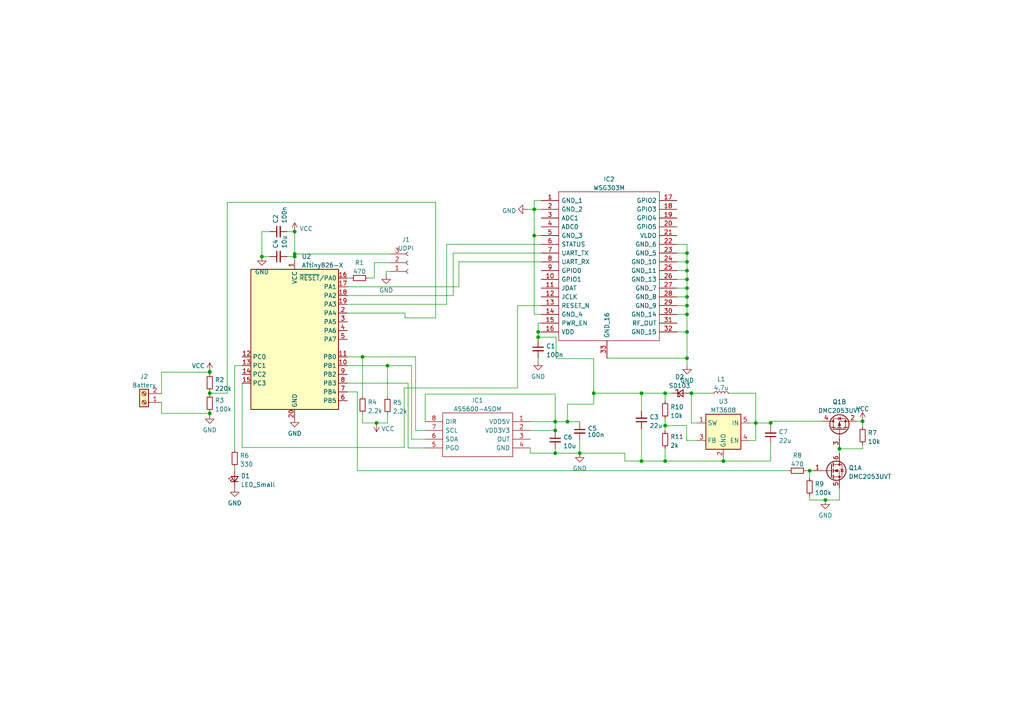
<source format=kicad_sch>
(kicad_sch (version 20211123) (generator eeschema)
  (paper "A4")
  (lib_symbols
    (symbol "AS5600-ASOM:AS5600-ASOM" (pin_names (offset 0.762))
      (property "Reference" "IC" (at 26.67 7.62 0))
      (property "Value" "AS5600-ASOM" (at 26.67 5.08 0))
      (symbol "AS5600-ASOM_0_0"
        (pin passive line (at 0 0 0) (length 5.08) (name "VDD5V") (number "1"))
        (pin passive line (at 0 -2.54 0) (length 5.08) (name "VDD3V3") (number "2"))
        (pin passive line (at 0 -5.08 0) (length 5.08) (name "OUT") (number "3"))
        (pin passive line (at 0 -7.62 0) (length 5.08) (name "GND") (number "4"))
        (pin passive line (at 30.48 -7.62 180) (length 5.08) (name "PGO") (number "5"))
        (pin passive line (at 30.48 -5.08 180) (length 5.08) (name "SDA") (number "6"))
        (pin passive line (at 30.48 -2.54 180) (length 5.08) (name "SCL") (number "7"))
        (pin passive line (at 30.48 0 180) (length 5.08) (name "DIR") (number "8"))
      )
      (symbol "AS5600-ASOM_0_1"
        (polyline (pts (xy 5.08 2.54) (xy 25.4 2.54) (xy 25.4 -10.16) (xy 5.08 -10.16) (xy 5.08 2.54)) (stroke (width 0.1524)))
      )
    )
    (symbol "Connector:Conn_01x03_Female" (pin_names (offset 1.016) hide)
      (property "Reference" "J" (at 0 5.08 0))
      (property "Value" "Conn_01x03_Female" (at 0 -5.08 0))
      (symbol "Conn_01x03_Female_1_1"
        (arc (start 0 -2.032) (mid -0.508 -2.54) (end 0 -3.048) (stroke (width 0.1524)))
        (polyline (pts (xy -1.27 -2.54) (xy -0.508 -2.54)) (stroke (width 0.1524)))
        (polyline (pts (xy -1.27 0) (xy -0.508 0)) (stroke (width 0.1524)))
        (polyline (pts (xy -1.27 2.54) (xy -0.508 2.54)) (stroke (width 0.1524)))
        (arc (start 0 0.508) (mid -0.508 0) (end 0 -0.508) (stroke (width 0.1524)))
        (arc (start 0 3.048) (mid -0.508 2.54) (end 0 2.032) (stroke (width 0.1524)))
        (pin passive line (at -5.08 2.54 0) (length 3.81) (name "Pin_1") (number "1"))
        (pin passive line (at -5.08 0 0) (length 3.81) (name "Pin_2") (number "2"))
        (pin passive line (at -5.08 -2.54 0) (length 3.81) (name "Pin_3") (number "3"))
      )
    )
    (symbol "Connector:Screw_Terminal_01x02" (pin_names (offset 1.016) hide)
      (property "Reference" "J" (at 0 2.54 0))
      (property "Value" "Screw_Terminal_01x02" (at 0 -5.08 0))
      (symbol "Screw_Terminal_01x02_1_1"
        (rectangle (start -1.27 1.27) (end 1.27 -3.81) (stroke (width 0.254)) (fill (type background)))
        (circle (center 0 -2.54) (radius 0.635) (stroke (width 0.1524)))
        (polyline (pts (xy -0.5334 -2.2098) (xy 0.3302 -3.048)) (stroke (width 0.1524)))
        (polyline (pts (xy -0.5334 0.3302) (xy 0.3302 -0.508)) (stroke (width 0.1524)))
        (polyline (pts (xy -0.3556 -2.032) (xy 0.508 -2.8702)) (stroke (width 0.1524)))
        (polyline (pts (xy -0.3556 0.508) (xy 0.508 -0.3302)) (stroke (width 0.1524)))
        (circle (center 0 0) (radius 0.635) (stroke (width 0.1524)))
        (pin passive line (at -5.08 0 0) (length 3.81) (name "Pin_1") (number "1"))
        (pin passive line (at -5.08 -2.54 0) (length 3.81) (name "Pin_2") (number "2"))
      )
    )
    (symbol "Device:C_Small" (pin_numbers hide) (pin_names (offset 0.254) hide)
      (property "Reference" "C" (at 0.254 1.778 0))
      (property "Value" "C_Small" (at 0.254 -2.032 0))
      (symbol "C_Small_0_1"
        (polyline (pts (xy -1.524 -0.508) (xy 1.524 -0.508)) (stroke (width 0.3302)))
        (polyline (pts (xy -1.524 0.508) (xy 1.524 0.508)) (stroke (width 0.3048)))
      )
      (symbol "C_Small_1_1"
        (pin passive line (at 0 2.54 270) (length 2.032) (name "~") (number "1"))
        (pin passive line (at 0 -2.54 90) (length 2.032) (name "~") (number "2"))
      )
    )
    (symbol "Device:D_Schottky_Small" (pin_numbers hide) (pin_names (offset 0.254) hide)
      (property "Reference" "D" (at -1.27 2.032 0))
      (property "Value" "D_Schottky_Small" (at -7.112 -2.032 0))
      (symbol "D_Schottky_Small_0_1"
        (polyline (pts (xy -0.762 0) (xy 0.762 0)))
        (polyline (pts (xy 0.762 -1.016) (xy -0.762 0) (xy 0.762 1.016) (xy 0.762 -1.016)) (stroke (width 0.254)))
        (polyline (pts (xy -1.27 0.762) (xy -1.27 1.016) (xy -0.762 1.016) (xy -0.762 -1.016) (xy -0.254 -1.016) (xy -0.254 -0.762)) (stroke (width 0.254)))
      )
      (symbol "D_Schottky_Small_1_1"
        (pin passive line (at -2.54 0 0) (length 1.778) (name "K") (number "1"))
        (pin passive line (at 2.54 0 180) (length 1.778) (name "A") (number "2"))
      )
    )
    (symbol "Device:LED_Small" (pin_numbers hide) (pin_names (offset 0.254) hide)
      (property "Reference" "D" (at -1.27 3.175 0))
      (property "Value" "LED_Small" (at -4.445 -2.54 0))
      (symbol "LED_Small_0_1"
        (polyline (pts (xy -0.762 -1.016) (xy -0.762 1.016)) (stroke (width 0.254)))
        (polyline (pts (xy 1.016 0) (xy -0.762 0)))
        (polyline (pts (xy 0.762 -1.016) (xy -0.762 0) (xy 0.762 1.016) (xy 0.762 -1.016)) (stroke (width 0.254)))
        (polyline (pts (xy 0 0.762) (xy -0.508 1.27) (xy -0.254 1.27) (xy -0.508 1.27) (xy -0.508 1.016)))
        (polyline (pts (xy 0.508 1.27) (xy 0 1.778) (xy 0.254 1.778) (xy 0 1.778) (xy 0 1.524)))
      )
      (symbol "LED_Small_1_1"
        (pin passive line (at -2.54 0 0) (length 1.778) (name "K") (number "1"))
        (pin passive line (at 2.54 0 180) (length 1.778) (name "A") (number "2"))
      )
    )
    (symbol "Device:L_Small" (pin_numbers hide) (pin_names (offset 0.254) hide)
      (property "Reference" "L" (at 0.762 1.016 0))
      (property "Value" "L_Small" (at 0.762 -1.016 0))
      (symbol "L_Small_0_1"
        (arc (start 0 -2.032) (mid 0.508 -1.524) (end 0 -1.016))
        (arc (start 0 -1.016) (mid 0.508 -0.508) (end 0 0))
        (arc (start 0 0) (mid 0.508 0.508) (end 0 1.016))
        (arc (start 0 1.016) (mid 0.508 1.524) (end 0 2.032))
      )
      (symbol "L_Small_1_1"
        (pin passive line (at 0 2.54 270) (length 0.508) (name "~") (number "1"))
        (pin passive line (at 0 -2.54 90) (length 0.508) (name "~") (number "2"))
      )
    )
    (symbol "Device:R_Small" (pin_numbers hide) (pin_names (offset 0.254) hide)
      (property "Reference" "R" (at 0.762 0.508 0))
      (property "Value" "R_Small" (at 0.762 -1.016 0))
      (symbol "R_Small_0_1"
        (rectangle (start -0.762 1.778) (end 0.762 -1.778) (stroke (width 0.2032)))
      )
      (symbol "R_Small_1_1"
        (pin passive line (at 0 2.54 270) (length 0.762) (name "~") (number "1"))
        (pin passive line (at 0 -2.54 90) (length 0.762) (name "~") (number "2"))
      )
    )
    (symbol "MCU_Microchip_ATtiny:ATtiny826-X"
      (property "Reference" "U" (at -12.7 21.59 0))
      (property "Value" "ATtiny826-X" (at 2.54 -21.59 0))
      (symbol "ATtiny826-X_0_1"
        (rectangle (start -12.7 -20.32) (end 12.7 20.32) (stroke (width 0.254)) (fill (type background)))
      )
      (symbol "ATtiny826-X_1_1"
        (pin power_in line (at 0 22.86 270) (length 2.54) (name "VCC") (number "1"))
        (pin bidirectional line (at 15.24 -7.62 180) (length 2.54) (name "PB1") (number "10"))
        (pin bidirectional line (at 15.24 -5.08 180) (length 2.54) (name "PB0") (number "11"))
        (pin bidirectional line (at -15.24 -5.08 0) (length 2.54) (name "PC0") (number "12"))
        (pin bidirectional line (at -15.24 -7.62 0) (length 2.54) (name "PC1") (number "13"))
        (pin bidirectional line (at -15.24 -10.16 0) (length 2.54) (name "PC2") (number "14"))
        (pin bidirectional line (at -15.24 -12.7 0) (length 2.54) (name "PC3") (number "15"))
        (pin bidirectional line (at 15.24 17.78 180) (length 2.54) (name "~{RESET}/PA0") (number "16"))
        (pin bidirectional line (at 15.24 15.24 180) (length 2.54) (name "PA1") (number "17"))
        (pin bidirectional line (at 15.24 12.7 180) (length 2.54) (name "PA2") (number "18"))
        (pin bidirectional line (at 15.24 10.16 180) (length 2.54) (name "PA3") (number "19"))
        (pin bidirectional line (at 15.24 7.62 180) (length 2.54) (name "PA4") (number "2"))
        (pin power_in line (at 0 -22.86 90) (length 2.54) (name "GND") (number "20"))
        (pin bidirectional line (at 15.24 5.08 180) (length 2.54) (name "PA5") (number "3"))
        (pin bidirectional line (at 15.24 2.54 180) (length 2.54) (name "PA6") (number "4"))
        (pin bidirectional line (at 15.24 0 180) (length 2.54) (name "PA7") (number "5"))
        (pin bidirectional line (at 15.24 -17.78 180) (length 2.54) (name "PB5") (number "6"))
        (pin bidirectional line (at 15.24 -15.24 180) (length 2.54) (name "PB4") (number "7"))
        (pin bidirectional line (at 15.24 -12.7 180) (length 2.54) (name "PB3") (number "8"))
        (pin bidirectional line (at 15.24 -10.16 180) (length 2.54) (name "PB2") (number "9"))
      )
    )
    (symbol "Regulator_Switching:MT3608"
      (property "Reference" "U" (at -2.54 8.89 0))
      (property "Value" "MT3608" (at -3.81 6.35 0))
      (symbol "MT3608_0_1"
        (rectangle (start -5.08 5.08) (end 5.08 -5.08) (stroke (width 0.254)) (fill (type background)))
      )
      (symbol "MT3608_1_1"
        (pin passive line (at 7.62 2.54 180) (length 2.54) (name "SW") (number "1"))
        (pin power_in line (at 0 -7.62 90) (length 2.54) (name "GND") (number "2"))
        (pin input line (at 7.62 -2.54 180) (length 2.54) (name "FB") (number "3"))
        (pin input line (at -7.62 -2.54 0) (length 2.54) (name "EN") (number "4"))
        (pin power_in line (at -7.62 2.54 0) (length 2.54) (name "IN") (number "5"))
        (pin no_connect line (at 5.08 0 180) (length 2.54) hide (name "NC") (number "6"))
      )
    )
    (symbol "Transistor_FET:DMC2053UVT" (pin_names hide)
      (property "Reference" "Q" (at 3.175 1.27 0))
      (property "Value" "DMC2053UVT" (at 3.175 -1.27 0))
      (symbol "DMC2053UVT_0_1"
        (circle (center -0.889 0) (radius 2.794) (stroke (width 0.254)))
        (circle (center 0 -1.778) (radius 0.254) (fill (type outline)))
        (polyline (pts (xy -2.286 0) (xy -5.08 0)))
        (polyline (pts (xy -2.286 1.905) (xy -2.286 -1.905)) (stroke (width 0.254)))
        (polyline (pts (xy -1.778 -1.27) (xy -1.778 -2.286)) (stroke (width 0.254)))
        (polyline (pts (xy -1.778 0.508) (xy -1.778 -0.508)) (stroke (width 0.254)))
        (polyline (pts (xy -1.778 2.286) (xy -1.778 1.27)) (stroke (width 0.254)))
        (polyline (pts (xy 0 2.54) (xy 0 1.778)))
        (polyline (pts (xy 0 -2.54) (xy 0 0) (xy -1.778 0)))
        (polyline (pts (xy -1.778 -1.778) (xy 0.762 -1.778) (xy 0.762 1.778) (xy -1.778 1.778)))
        (circle (center 0 1.778) (radius 0.254) (fill (type outline)))
      )
      (symbol "DMC2053UVT_1_1"
        (polyline (pts (xy -1.524 0) (xy -0.508 0.381) (xy -0.508 -0.381) (xy -1.524 0)) (fill (type outline)))
        (polyline (pts (xy 0.254 0.508) (xy 0.381 0.381) (xy 1.143 0.381) (xy 1.27 0.254)))
        (polyline (pts (xy 0.762 0.381) (xy 0.381 -0.254) (xy 1.143 -0.254) (xy 0.762 0.381)))
        (pin passive line (at -7.62 0 0) (length 2.54) (name "G") (number "1"))
        (pin passive line (at 0 -5.08 90) (length 2.54) (name "S") (number "5"))
        (pin passive line (at 0 5.08 270) (length 2.54) (name "D") (number "6"))
      )
      (symbol "DMC2053UVT_2_1"
        (polyline (pts (xy -0.254 0) (xy -1.27 0.381) (xy -1.27 -0.381) (xy -0.254 0)) (fill (type outline)))
        (polyline (pts (xy 0.254 -0.508) (xy 0.381 -0.381) (xy 1.143 -0.381) (xy 1.27 -0.254)))
        (polyline (pts (xy 0.762 -0.381) (xy 0.381 0.254) (xy 1.143 0.254) (xy 0.762 -0.381)))
        (pin passive line (at 0 -5.08 90) (length 2.54) (name "S") (number "2"))
        (pin passive line (at -7.62 0 0) (length 2.54) (name "G") (number "3"))
        (pin passive line (at 0 5.08 270) (length 2.54) (name "D") (number "4"))
      )
    )
    (symbol "mysensors_radios:WSG303M" (pin_names (offset 0.762))
      (property "Reference" "IC2" (at 19.685 6.189 0))
      (property "Value" "WSG303M" (at 19.685 3.6521 0))
      (symbol "WSG303M_0_0"
        (pin passive line (at 0 0 0) (length 5.08) (name "GND_1") (number "1"))
        (pin passive line (at 0 -22.86 0) (length 5.08) (name "GPIO1") (number "10"))
        (pin passive line (at 0 -25.4 0) (length 5.08) (name "JDAT") (number "11"))
        (pin passive line (at 0 -27.94 0) (length 5.08) (name "JCLK") (number "12"))
        (pin passive line (at 0 -30.48 0) (length 5.08) (name "RESET_N") (number "13"))
        (pin passive line (at 0 -33.02 0) (length 5.08) (name "GND_4") (number "14"))
        (pin passive line (at 0 -35.56 0) (length 5.08) (name "PWR_EN") (number "15"))
        (pin passive line (at 0 -38.1 0) (length 5.08) (name "VDD") (number "16"))
        (pin passive line (at 39.37 0 180) (length 5.08) (name "GPIO2") (number "17"))
        (pin passive line (at 39.37 -2.54 180) (length 5.08) (name "GPIO3") (number "18"))
        (pin passive line (at 39.37 -5.08 180) (length 5.08) (name "GPIO4") (number "19"))
        (pin passive line (at 0 -2.54 0) (length 5.08) (name "GND_2") (number "2"))
        (pin passive line (at 39.37 -7.62 180) (length 5.08) (name "GPIO5") (number "20"))
        (pin passive line (at 39.37 -10.16 180) (length 5.08) (name "VLDO") (number "21"))
        (pin passive line (at 39.37 -12.7 180) (length 5.08) (name "GND_6") (number "22"))
        (pin passive line (at 39.37 -15.24 180) (length 5.08) (name "GND_5") (number "23"))
        (pin passive line (at 39.37 -17.78 180) (length 5.08) (name "GND_10") (number "24"))
        (pin passive line (at 39.37 -20.32 180) (length 5.08) (name "GND_11") (number "25"))
        (pin passive line (at 39.37 -22.86 180) (length 5.08) (name "GND_13") (number "26"))
        (pin passive line (at 39.37 -25.4 180) (length 5.08) (name "GND_7") (number "27"))
        (pin passive line (at 39.37 -27.94 180) (length 5.08) (name "GND_8") (number "28"))
        (pin passive line (at 39.37 -30.48 180) (length 5.08) (name "GND_9") (number "29"))
        (pin passive line (at 0 -5.08 0) (length 5.08) (name "ADC1") (number "3"))
        (pin passive line (at 39.37 -33.02 180) (length 5.08) (name "GND_14") (number "30"))
        (pin passive line (at 39.37 -35.56 180) (length 5.08) (name "RF_OUT") (number "31"))
        (pin passive line (at 39.37 -38.1 180) (length 5.08) (name "GND_15") (number "32"))
        (pin passive line (at 19.05 -45.72 90) (length 5.08) (name "GND_16") (number "33"))
        (pin passive line (at 0 -7.62 0) (length 5.08) (name "ADC0") (number "4"))
        (pin passive line (at 0 -10.16 0) (length 5.08) (name "GND_3") (number "5"))
        (pin passive line (at 0 -12.7 0) (length 5.08) (name "STATUS") (number "6"))
        (pin passive line (at 0 -15.24 0) (length 5.08) (name "UART_TX") (number "7"))
        (pin passive line (at 0 -17.78 0) (length 5.08) (name "UART_RX") (number "8"))
        (pin passive line (at 0 -20.32 0) (length 5.08) (name "GPIO0") (number "9"))
      )
      (symbol "WSG303M_0_1"
        (polyline (pts (xy 5.08 2.54) (xy 34.29 2.54) (xy 34.29 -40.64) (xy 5.08 -40.64) (xy 5.08 2.54)) (stroke (width 0.1524)))
      )
    )
    (symbol "power:GND" (power) (pin_names (offset 0))
      (property "Value" "GND" (at 0 -3.81 0))
      (symbol "GND_0_1"
        (polyline (pts (xy 0 0) (xy 0 -1.27) (xy 1.27 -1.27) (xy 0 -2.54) (xy -1.27 -1.27) (xy 0 -1.27)))
      )
      (symbol "GND_1_1"
        (pin power_in line (at 0 0 270) (length 0) hide (name "GND") (number "1"))
      )
    )
    (symbol "power:VCC" (power) (pin_names (offset 0))
      (property "Value" "VCC" (at 0 3.81 0))
      (symbol "VCC_0_1"
        (polyline (pts (xy -0.762 1.27) (xy 0 2.54)))
        (polyline (pts (xy 0 0) (xy 0 2.54)))
        (polyline (pts (xy 0 2.54) (xy 0.762 1.27)))
      )
      (symbol "VCC_1_1"
        (pin power_in line (at 0 0 90) (length 0) hide (name "VCC") (number "1"))
      )
    )
  )
  (junction (at 199.263 81.026))
  (junction (at 199.263 86.106))
  (junction (at 250.19 122.174))
  (junction (at 199.263 96.266))
  (junction (at 85.471 73.66))
  (junction (at 199.263 103.886))
  (junction (at 239.395 145.034))
  (junction (at 112.395 106.045))
  (junction (at 223.52 122.682))
  (junction (at 172.212 114.046))
  (junction (at 186.055 133.731))
  (junction (at 60.833 119.888))
  (junction (at 200.533 114.046))
  (junction (at 192.913 123.444))
  (junction (at 234.823 136.525))
  (junction (at 168.148 131.445))
  (junction (at 199.263 73.406))
  (junction (at 219.202 122.682))
  (junction (at 199.263 83.566))
  (junction (at 105.156 103.505))
  (junction (at 154.94 60.706))
  (junction (at 85.471 74.422))
  (junction (at 156.083 97.79))
  (junction (at 209.804 133.731))
  (junction (at 161.036 122.301))
  (junction (at 109.22 122.682))
  (junction (at 199.263 75.946))
  (junction (at 161.036 124.841))
  (junction (at 164.592 122.301))
  (junction (at 199.263 78.486))
  (junction (at 75.946 74.422))
  (junction (at 154.94 68.326))
  (junction (at 186.055 114.046))
  (junction (at 192.913 114.046))
  (junction (at 199.263 91.186))
  (junction (at 60.833 114.046))
  (junction (at 192.913 133.731))
  (junction (at 60.833 107.823))
  (junction (at 85.471 67.183))
  (junction (at 60.833 107.95))
  (junction (at 156.083 96.266))
  (junction (at 161.036 131.445))
  (junction (at 243.459 130.175))
  (junction (at 199.263 88.646))
  (wire (pts (xy 156.972 93.726) (xy 156.083 93.726)))
  (wire (pts (xy 46.863 114.173) (xy 46.863 107.95)))
  (wire (pts (xy 112.395 122.682) (xy 109.22 122.682)))
  (wire (pts (xy 105.156 103.505) (xy 105.156 114.935)))
  (wire (pts (xy 243.459 141.605) (xy 243.459 145.034)))
  (wire (pts (xy 156.083 103.759) (xy 156.083 104.775)))
  (wire (pts (xy 75.946 67.183) (xy 75.946 74.422)))
  (wire (pts (xy 46.863 107.95) (xy 60.833 107.95)))
  (wire (pts (xy 168.148 131.445) (xy 181.229 131.445)))
  (wire (pts (xy 60.833 119.888) (xy 60.833 120.269)))
  (wire (pts (xy 239.395 145.034) (xy 234.823 145.034)))
  (wire (pts (xy 192.913 130.048) (xy 192.913 133.731)))
  (wire (pts (xy 196.342 83.566) (xy 199.263 83.566)))
  (wire (pts (xy 192.913 133.731) (xy 209.804 133.731)))
  (wire (pts (xy 65.913 114.046) (xy 60.833 114.046)))
  (wire (pts (xy 199.263 88.646) (xy 199.263 91.186)))
  (wire (pts (xy 228.727 136.525) (xy 103.632 136.525)))
  (wire (pts (xy 234.823 136.525) (xy 234.823 138.684)))
  (wire (pts (xy 108.585 76.2) (xy 108.585 80.645)))
  (wire (pts (xy 176.022 103.886) (xy 199.263 103.886)))
  (wire (pts (xy 223.52 122.174) (xy 223.52 122.682)))
  (wire (pts (xy 154.94 68.326) (xy 154.94 60.706)))
  (wire (pts (xy 152.908 60.706) (xy 154.94 60.706)))
  (wire (pts (xy 133.096 83.185) (xy 133.096 75.946)))
  (wire (pts (xy 250.19 123.825) (xy 250.19 122.174)))
  (wire (pts (xy 196.342 96.266) (xy 199.263 96.266)))
  (wire (pts (xy 219.202 122.682) (xy 223.52 122.682)))
  (wire (pts (xy 85.471 67.183) (xy 83.312 67.183)))
  (wire (pts (xy 123.317 127.381) (xy 119.38 127.381)))
  (wire (pts (xy 206.629 114.046) (xy 200.533 114.046)))
  (wire (pts (xy 199.263 70.866) (xy 196.342 70.866)))
  (wire (pts (xy 199.263 86.106) (xy 199.263 88.646)))
  (wire (pts (xy 161.29 104.013) (xy 172.212 104.013)))
  (wire (pts (xy 172.212 114.046) (xy 172.212 117.221)))
  (wire (pts (xy 117.221 112.522) (xy 117.221 129.794)))
  (wire (pts (xy 156.083 96.266) (xy 156.083 97.79)))
  (wire (pts (xy 156.083 93.726) (xy 156.083 96.266)))
  (wire (pts (xy 68.072 135.509) (xy 68.072 136.398)))
  (wire (pts (xy 164.592 117.221) (xy 172.212 117.221)))
  (wire (pts (xy 217.424 127.762) (xy 219.202 127.762)))
  (wire (pts (xy 153.797 129.921) (xy 153.797 131.445)))
  (wire (pts (xy 156.083 97.79) (xy 156.083 98.679)))
  (wire (pts (xy 196.342 86.106) (xy 199.263 86.106)))
  (wire (pts (xy 199.263 73.406) (xy 199.263 70.866)))
  (wire (pts (xy 85.471 73.66) (xy 85.471 74.422)))
  (wire (pts (xy 196.342 73.406) (xy 199.263 73.406)))
  (wire (pts (xy 112.014 78.74) (xy 113.284 78.74)))
  (wire (pts (xy 156.972 91.186) (xy 154.94 91.186)))
  (wire (pts (xy 164.592 122.301) (xy 164.592 117.221)))
  (wire (pts (xy 168.148 131.445) (xy 168.148 127.635)))
  (wire (pts (xy 196.342 88.646) (xy 199.263 88.646)))
  (wire (pts (xy 196.342 81.026) (xy 199.263 81.026)))
  (wire (pts (xy 46.863 119.888) (xy 60.833 119.888)))
  (wire (pts (xy 199.136 127.762) (xy 199.136 123.444)))
  (wire (pts (xy 250.19 130.175) (xy 243.459 130.175)))
  (wire (pts (xy 153.797 122.301) (xy 161.036 122.301)))
  (wire (pts (xy 192.913 114.046) (xy 194.818 114.046)))
  (wire (pts (xy 161.036 131.445) (xy 168.148 131.445)))
  (wire (pts (xy 172.212 104.013) (xy 172.212 114.046)))
  (wire (pts (xy 223.52 133.731) (xy 209.804 133.731)))
  (wire (pts (xy 68.072 106.045) (xy 70.231 106.045)))
  (wire (pts (xy 112.395 120.142) (xy 112.395 122.682)))
  (wire (pts (xy 199.263 81.026) (xy 199.263 78.486)))
  (wire (pts (xy 219.202 114.046) (xy 219.202 122.682)))
  (wire (pts (xy 103.632 136.525) (xy 103.632 113.665)))
  (wire (pts (xy 112.014 79.756) (xy 112.014 78.74)))
  (wire (pts (xy 150.114 88.646) (xy 156.972 88.646)))
  (wire (pts (xy 113.284 76.2) (xy 108.585 76.2)))
  (wire (pts (xy 126.365 58.674) (xy 126.365 92.202)))
  (wire (pts (xy 154.94 60.706) (xy 156.972 60.706)))
  (wire (pts (xy 118.364 129.921) (xy 118.364 111.125)))
  (wire (pts (xy 154.94 91.186) (xy 154.94 68.326)))
  (wire (pts (xy 164.592 122.301) (xy 168.148 122.301)))
  (wire (pts (xy 153.797 124.841) (xy 161.036 124.841)))
  (wire (pts (xy 65.913 58.674) (xy 126.365 58.674)))
  (wire (pts (xy 181.229 131.445) (xy 181.229 133.731)))
  (wire (pts (xy 200.533 122.682) (xy 202.184 122.682)))
  (wire (pts (xy 100.711 85.725) (xy 131.445 85.725)))
  (wire (pts (xy 199.136 123.444) (xy 192.913 123.444)))
  (wire (pts (xy 60.833 107.823) (xy 60.833 107.95)))
  (wire (pts (xy 109.22 122.682) (xy 105.156 122.682)))
  (wire (pts (xy 60.833 113.538) (xy 60.833 114.046)))
  (wire (pts (xy 100.711 83.185) (xy 133.096 83.185)))
  (wire (pts (xy 192.913 121.412) (xy 192.913 123.444)))
  (wire (pts (xy 250.19 128.905) (xy 250.19 130.175)))
  (wire (pts (xy 181.229 133.731) (xy 186.055 133.731)))
  (wire (pts (xy 196.342 75.946) (xy 199.263 75.946)))
  (wire (pts (xy 123.317 124.841) (xy 120.523 124.841)))
  (wire (pts (xy 235.839 136.525) (xy 234.823 136.525)))
  (wire (pts (xy 233.807 136.525) (xy 234.823 136.525)))
  (wire (pts (xy 126.365 92.202) (xy 117.475 92.202)))
  (wire (pts (xy 196.342 78.486) (xy 199.263 78.486)))
  (wire (pts (xy 250.19 122.174) (xy 248.539 122.174)))
  (wire (pts (xy 161.036 130.175) (xy 161.036 131.445)))
  (wire (pts (xy 219.202 122.682) (xy 217.424 122.682)))
  (wire (pts (xy 75.946 74.422) (xy 78.232 74.422)))
  (wire (pts (xy 150.114 112.522) (xy 117.221 112.522)))
  (wire (pts (xy 117.475 92.202) (xy 117.475 90.805)))
  (wire (pts (xy 60.833 119.507) (xy 60.833 119.888)))
  (wire (pts (xy 120.523 103.505) (xy 105.156 103.505)))
  (wire (pts (xy 196.342 91.186) (xy 199.263 91.186)))
  (wire (pts (xy 223.52 128.651) (xy 223.52 133.731)))
  (wire (pts (xy 211.709 114.046) (xy 219.202 114.046)))
  (wire (pts (xy 168.148 122.301) (xy 168.148 122.555)))
  (wire (pts (xy 70.231 129.794) (xy 70.231 111.125)))
  (wire (pts (xy 200.533 114.046) (xy 200.533 122.682)))
  (wire (pts (xy 199.263 96.266) (xy 199.263 103.886)))
  (wire (pts (xy 83.312 74.422) (xy 85.471 74.422)))
  (wire (pts (xy 123.317 122.301) (xy 123.317 114.3)))
  (wire (pts (xy 118.364 129.921) (xy 123.317 129.921)))
  (wire (pts (xy 172.212 114.046) (xy 186.055 114.046)))
  (wire (pts (xy 105.156 122.682) (xy 105.156 120.015)))
  (wire (pts (xy 117.475 90.805) (xy 100.711 90.805)))
  (wire (pts (xy 161.036 122.301) (xy 161.036 124.841)))
  (wire (pts (xy 161.29 97.79) (xy 161.29 104.013)))
  (wire (pts (xy 85.471 74.422) (xy 85.471 75.565)))
  (wire (pts (xy 60.833 114.046) (xy 60.833 114.427)))
  (wire (pts (xy 234.823 145.034) (xy 234.823 143.764)))
  (wire (pts (xy 68.072 106.045) (xy 68.072 130.429)))
  (wire (pts (xy 199.263 78.486) (xy 199.263 75.946)))
  (wire (pts (xy 131.445 73.406) (xy 156.972 73.406)))
  (wire (pts (xy 202.184 127.762) (xy 199.136 127.762)))
  (wire (pts (xy 85.471 73.66) (xy 113.284 73.66)))
  (wire (pts (xy 154.94 60.706) (xy 154.94 58.166)))
  (wire (pts (xy 192.913 123.444) (xy 192.913 124.968)))
  (wire (pts (xy 100.711 88.265) (xy 129.54 88.265)))
  (wire (pts (xy 154.94 58.166) (xy 156.972 58.166)))
  (wire (pts (xy 156.972 96.266) (xy 156.083 96.266)))
  (wire (pts (xy 123.317 114.3) (xy 161.036 114.3)))
  (wire (pts (xy 199.263 91.186) (xy 199.263 96.266)))
  (wire (pts (xy 199.263 83.566) (xy 199.263 86.106)))
  (wire (pts (xy 199.898 114.046) (xy 200.533 114.046)))
  (wire (pts (xy 119.38 127.381) (xy 119.38 106.045)))
  (wire (pts (xy 60.833 107.95) (xy 60.833 108.458)))
  (wire (pts (xy 119.38 106.045) (xy 112.395 106.045)))
  (wire (pts (xy 78.232 67.183) (xy 75.946 67.183)))
  (wire (pts (xy 108.585 80.645) (xy 106.807 80.645)))
  (wire (pts (xy 118.364 111.125) (xy 100.711 111.125)))
  (wire (pts (xy 192.913 116.332) (xy 192.913 114.046)))
  (wire (pts (xy 156.972 68.326) (xy 154.94 68.326)))
  (wire (pts (xy 223.52 122.682) (xy 223.52 123.571)))
  (wire (pts (xy 129.54 88.265) (xy 129.54 70.866)))
  (wire (pts (xy 85.471 67.183) (xy 85.471 73.66)))
  (wire (pts (xy 103.632 113.665) (xy 100.711 113.665)))
  (wire (pts (xy 186.055 133.731) (xy 192.913 133.731)))
  (wire (pts (xy 161.036 114.3) (xy 161.036 122.301)))
  (wire (pts (xy 129.54 70.866) (xy 156.972 70.866)))
  (wire (pts (xy 219.202 127.762) (xy 219.202 122.682)))
  (wire (pts (xy 112.395 106.045) (xy 100.711 106.045)))
  (wire (pts (xy 65.913 58.674) (xy 65.913 114.046)))
  (wire (pts (xy 192.913 114.046) (xy 186.055 114.046)))
  (wire (pts (xy 199.263 81.026) (xy 199.263 83.566)))
  (wire (pts (xy 153.797 131.445) (xy 161.036 131.445)))
  (wire (pts (xy 243.459 130.175) (xy 243.459 129.794)))
  (wire (pts (xy 243.459 145.034) (xy 239.395 145.034)))
  (wire (pts (xy 161.036 124.841) (xy 161.036 125.095)))
  (wire (pts (xy 150.114 88.646) (xy 150.114 112.522)))
  (wire (pts (xy 199.263 75.946) (xy 199.263 73.406)))
  (wire (pts (xy 186.055 124.333) (xy 186.055 133.731)))
  (wire (pts (xy 117.221 129.794) (xy 70.231 129.794)))
  (wire (pts (xy 133.096 75.946) (xy 156.972 75.946)))
  (wire (pts (xy 105.156 103.505) (xy 100.711 103.505)))
  (wire (pts (xy 131.445 85.725) (xy 131.445 73.406)))
  (wire (pts (xy 156.083 97.79) (xy 161.29 97.79)))
  (wire (pts (xy 199.263 103.886) (xy 199.263 105.918)))
  (wire (pts (xy 120.523 124.841) (xy 120.523 103.505)))
  (wire (pts (xy 46.863 116.713) (xy 46.863 119.888)))
  (wire (pts (xy 243.459 130.175) (xy 243.459 131.445)))
  (wire (pts (xy 112.395 106.045) (xy 112.395 115.062)))
  (wire (pts (xy 161.036 122.301) (xy 164.592 122.301)))
  (wire (pts (xy 209.804 133.731) (xy 209.804 132.842)))
  (wire (pts (xy 223.52 122.174) (xy 238.379 122.174)))
  (wire (pts (xy 186.055 114.046) (xy 186.055 119.253)))
  (wire (pts (xy 100.711 80.645) (xy 101.727 80.645)))
  (symbol (lib_id "Device:LED_Small") (at 68.072 138.938 90) (unit 1)
    (property "Reference" "D1" (at 69.85 138.0398 90) (effects (justify right)))
    (property "Value" "LED_Small" (at 69.85 140.5767 90) (effects (justify right)))
    (property "Footprint" "LED_SMD:LED_0603_1608Metric_Pad1.05x0.95mm_HandSolder" (effects hide))
  )
  (symbol (lib_id "Device:R_Small") (at 104.267 80.645 90) (unit 1)
    (property "Reference" "R1" (at 104.267 76.2086 90))
    (property "Value" "470" (at 104.267 78.7455 90))
    (property "Footprint" "Resistor_SMD:R_0805_2012Metric_Pad1.20x1.40mm_HandSolder" (effects hide))
  )
  (symbol (lib_id "MCU_Microchip_ATtiny:ATtiny826-X") (at 85.471 98.425 0) (unit 1)
    (property "Reference" "U2" (at 87.4904 74.4052 0) (effects (justify left)))
    (property "Value" "ATtiny826-X" (at 87.4904 76.9421 0) (effects (justify left)))
    (property "Footprint" "Package_SO:SSOP-20_5.3x7.2mm_P0.65mm" (effects hide))
    (property "Datasheet" "https://ww1.microchip.com/downloads/en/DeviceDoc/ATtiny424-426-427-824-826-827-DataSheet-DS40002311A.pdf" (effects hide))
  )
  (symbol (lib_id "power:GND") (at 152.908 60.706 270) (unit 1)
    (property "Reference" "#PWR06" (effects hide))
    (property "Value" "GND" (at 149.7331 61.1398 90) (effects (justify right)))
  )
  (symbol (lib_id "Device:R_Small") (at 112.395 117.602 0) (unit 1)
    (property "Reference" "R5" (at 113.8936 116.7673 0) (effects (justify left)))
    (property "Value" "2.2k" (at 113.8936 119.3042 0) (effects (justify left)))
    (property "Footprint" "Resistor_SMD:R_0805_2012Metric_Pad1.20x1.40mm_HandSolder" (effects hide))
  )
  (symbol (lib_id "power:GND") (at 112.014 79.756 0) (unit 1)
    (property "Reference" "#PWR05" (effects hide))
    (property "Value" "GND" (at 112.014 84.1994 0))
  )
  (symbol (lib_id "power:VCC") (at 85.471 67.183 0) (unit 1)
    (property "Reference" "#PWR02" (effects hide))
    (property "Value" "VCC" (at 86.868 66.3468 0) (effects (justify left)))
  )
  (symbol (lib_id "Transistor_FET:DMC2053UVT") (at 243.459 122.174 90) (unit 2)
    (property "Reference" "Q1" (at 243.459 116.5692 90))
    (property "Value" "DMC2053UVT" (at 243.459 119.1061 90))
    (property "Footprint" "Package_TO_SOT_SMD:TSOT-23-6" (effects hide))
    (property "Datasheet" "https://www.diodes.com/assets/Datasheets/DMC2053UVT.pdf" (effects hide))
  )
  (symbol (lib_id "power:GND") (at 85.471 121.285 0) (unit 1)
    (property "Reference" "#PWR09" (effects hide))
    (property "Value" "GND" (at 85.471 125.7284 0))
  )
  (symbol (lib_id "Device:D_Schottky_Small") (at 197.358 114.046 0) (unit 1)
    (property "Reference" "D2" (at 197.104 109.3302 0))
    (property "Value" "SD103" (at 197.104 111.8671 0))
    (property "Footprint" "Diode_SMD:D_SOD-323_HandSoldering" (effects hide))
  )
  (symbol (lib_id "Device:C_Small") (at 80.772 74.422 90) (unit 1)
    (property "Reference" "C4" (at 79.9436 72.0979 0) (effects (justify left)))
    (property "Value" "10u" (at 82.4805 72.0979 0) (effects (justify left)))
    (property "Footprint" "Capacitor_SMD:C_0805_2012Metric_Pad1.18x1.45mm_HandSolder" (effects hide))
  )
  (symbol (lib_id "power:GND") (at 68.072 141.478 0) (unit 1)
    (property "Reference" "#PWR012" (effects hide))
    (property "Value" "GND" (at 68.072 145.9214 0))
  )
  (symbol (lib_id "Device:C_Small") (at 161.036 127.635 0) (unit 1)
    (property "Reference" "C6" (at 163.3601 126.8066 0) (effects (justify left)))
    (property "Value" "10u" (at 163.3601 129.3435 0) (effects (justify left)))
    (property "Footprint" "Capacitor_SMD:C_0805_2012Metric_Pad1.18x1.45mm_HandSolder" (effects hide))
  )
  (symbol (lib_id "power:GND") (at 75.946 74.422 0) (unit 1)
    (property "Reference" "#PWR04" (effects hide))
    (property "Value" "GND" (at 75.946 78.8654 0))
  )
  (symbol (lib_id "Connector:Screw_Terminal_01x02") (at 41.783 116.713 180) (unit 1)
    (property "Reference" "J2" (at 41.783 109.2032 0))
    (property "Value" "Battery" (at 41.783 111.7401 0))
    (property "Footprint" "Connector_PinHeader_2.54mm:PinHeader_1x02_P2.54mm_Horizontal" (effects hide))
  )
  (symbol (lib_id "Device:C_Small") (at 156.083 101.219 0) (mirror y) (unit 1)
    (property "Reference" "C1" (at 158.4071 100.3906 0) (effects (justify right)))
    (property "Value" "100n" (at 158.4071 102.9275 0) (effects (justify right)))
    (property "Footprint" "Capacitor_SMD:C_0805_2012Metric_Pad1.18x1.45mm_HandSolder" (effects hide))
  )
  (symbol (lib_id "power:VCC") (at 60.833 107.823 0) (unit 1)
    (property "Reference" "#PWR07" (effects hide))
    (property "Value" "VCC" (at 59.436 106.1192 0) (effects (justify right)))
  )
  (symbol (lib_id "Device:R_Small") (at 250.19 126.365 0) (unit 1)
    (property "Reference" "R7" (at 251.6886 125.5303 0) (effects (justify left)))
    (property "Value" "10k" (at 251.6886 128.0672 0) (effects (justify left)))
    (property "Footprint" "Resistor_SMD:R_0805_2012Metric_Pad1.20x1.40mm_HandSolder" (effects hide))
  )
  (symbol (lib_id "AS5600-ASOM:AS5600-ASOM") (at 153.797 122.301 0) (mirror y) (unit 1)
    (property "Reference" "IC1" (at 138.557 116.112 0))
    (property "Value" "AS5600-ASOM" (at 138.557 118.6489 0))
    (property "Footprint" "AS5600-ASOM:SOIC127P600X175-8N" (effects hide))
    (property "Datasheet" "https://datasheet.datasheetarchive.com/originals/distributors/DKDS-11/214624.pdf" (effects hide))
    (property "Description" "IC SENSOR MAG ROTARY 12BIT 8SOIC" (effects hide))
    (property "Height" "1.75" (effects hide))
    (property "Manufacturer_Name" "ams" (effects hide))
    (property "Manufacturer_Part_Number" "AS5600-ASOM" (effects hide))
    (property "Mouser Part Number" "985-AS5600-ASOM" (effects hide))
    (property "Mouser Price/Stock" "https://www.mouser.co.uk/ProductDetail/ams/AS5600-ASOM?qs=KTMMzrZdriG6aU1h9lJCUQ%3D%3D" (effects hide))
    (property "Arrow Part Number" "AS5600-ASOM" (effects hide))
    (property "Arrow Price/Stock" "https://www.arrow.com/en/products/as5600-asom/ams-ag?region=nac" (effects hide))
  )
  (symbol (lib_id "power:GND") (at 60.833 120.269 0) (unit 1)
    (property "Reference" "#PWR08" (effects hide))
    (property "Value" "GND" (at 60.833 124.7124 0))
  )
  (symbol (lib_id "Device:R_Small") (at 234.823 141.224 0) (unit 1)
    (property "Reference" "R9" (at 236.3216 140.3893 0) (effects (justify left)))
    (property "Value" "100k" (at 236.3216 142.9262 0) (effects (justify left)))
    (property "Footprint" "Resistor_SMD:R_0805_2012Metric_Pad1.20x1.40mm_HandSolder" (effects hide))
  )
  (symbol (lib_id "power:VCC") (at 250.19 122.174 0) (unit 1)
    (property "Reference" "#PWR010" (effects hide))
    (property "Value" "VCC" (at 250.19 118.5982 0))
  )
  (symbol (lib_id "power:GND") (at 199.263 105.918 0) (unit 1)
    (property "Reference" "#PWR015" (effects hide))
    (property "Value" "GND" (at 199.263 110.3614 0))
  )
  (symbol (lib_id "power:GND") (at 156.083 104.775 0) (mirror y) (unit 1)
    (property "Reference" "#PWR03" (effects hide))
    (property "Value" "GND" (at 156.083 109.2184 0))
  )
  (symbol (lib_id "Device:C_Small") (at 168.148 125.095 0) (unit 1)
    (property "Reference" "C5" (at 170.4721 124.2666 0) (effects (justify left)))
    (property "Value" "100n" (at 170.307 126.111 0) (effects (justify left)))
    (property "Footprint" "Capacitor_SMD:C_0805_2012Metric_Pad1.18x1.45mm_HandSolder" (effects hide))
  )
  (symbol (lib_id "Device:R_Small") (at 60.833 110.998 180) (unit 1)
    (property "Reference" "R2" (at 62.3316 110.1633 0) (effects (justify right)))
    (property "Value" "220k" (at 62.3316 112.7002 0) (effects (justify right)))
    (property "Footprint" "Resistor_SMD:R_0805_2012Metric_Pad1.20x1.40mm_HandSolder" (effects hide))
  )
  (symbol (lib_id "Device:R_Small") (at 192.913 118.872 180) (unit 1)
    (property "Reference" "R10" (at 194.4116 118.0373 0) (effects (justify right)))
    (property "Value" "10k" (at 194.4116 120.5742 0) (effects (justify right)))
    (property "Footprint" "Resistor_SMD:R_0805_2012Metric_Pad1.20x1.40mm_HandSolder" (effects hide))
  )
  (symbol (lib_id "Device:R_Small") (at 68.072 132.969 0) (unit 1)
    (property "Reference" "R6" (at 69.5706 132.1343 0) (effects (justify left)))
    (property "Value" "330" (at 69.5706 134.6712 0) (effects (justify left)))
    (property "Footprint" "Resistor_SMD:R_0805_2012Metric_Pad1.20x1.40mm_HandSolder" (effects hide))
  )
  (symbol (lib_id "mysensors_radios:WSG303M") (at 156.972 58.166 0) (unit 1)
    (property "Reference" "IC2" (at 176.657 51.977 0))
    (property "Value" "WSG303M" (at 176.657 54.5139 0))
    (property "Footprint" "my_modules:WSG303" (effects hide))
    (property "Description" "SIGFOX DUAL MODE MODULE RC2 + RCZ4 EXCLU" (effects hide))
    (property "Height" "2.21" (effects hide))
    (property "Manufacturer_Name" "Wisol" (effects hide))
    (property "Manufacturer_Part_Number" "WSSFM11R2DAT" (effects hide))
  )
  (symbol (lib_id "Connector:Conn_01x03_Female") (at 118.364 76.2 0) (mirror x) (unit 1)
    (property "Reference" "J1" (at 117.729 69.503 0))
    (property "Value" "UDPI" (at 117.729 72.0399 0))
    (property "Footprint" "Connector_PinHeader_2.54mm:PinHeader_1x03_P2.54mm_Vertical" (effects hide))
  )
  (symbol (lib_id "Device:R_Small") (at 231.267 136.525 90) (unit 1)
    (property "Reference" "R8" (at 231.267 132.0886 90))
    (property "Value" "470" (at 231.267 134.6255 90))
    (property "Footprint" "Resistor_SMD:R_0805_2012Metric_Pad1.20x1.40mm_HandSolder" (effects hide))
  )
  (symbol (lib_id "Device:L_Small") (at 209.169 114.046 90) (unit 1)
    (property "Reference" "L1" (at 209.169 109.9652 90))
    (property "Value" "4.7u" (at 209.169 112.5021 90))
    (property "Footprint" "Inductor_SMD:L_0805_2012Metric_Pad1.15x1.40mm_HandSolder" (effects hide))
  )
  (symbol (lib_id "Transistor_FET:DMC2053UVT") (at 243.459 136.525 0) (unit 1)
    (property "Reference" "Q1" (at 246.126 135.6903 0) (effects (justify left)))
    (property "Value" "DMC2053UVT" (at 246.126 138.2272 0) (effects (justify left)))
    (property "Footprint" "Package_TO_SOT_SMD:TSOT-23-6" (effects hide))
    (property "Datasheet" "https://www.diodes.com/assets/Datasheets/DMC2053UVT.pdf" (effects hide))
  )
  (symbol (lib_id "Device:R_Small") (at 192.913 127.508 180) (unit 1)
    (property "Reference" "R11" (at 194.4116 126.6733 0) (effects (justify right)))
    (property "Value" "2k" (at 194.4116 129.2102 0) (effects (justify right)))
    (property "Footprint" "Resistor_SMD:R_0805_2012Metric_Pad1.20x1.40mm_HandSolder" (effects hide))
  )
  (symbol (lib_id "power:GND") (at 239.395 145.034 0) (unit 1)
    (property "Reference" "#PWR0101" (effects hide))
    (property "Value" "GND" (at 239.395 149.4774 0))
  )
  (symbol (lib_id "Regulator_Switching:MT3608") (at 209.804 125.222 0) (mirror y) (unit 1)
    (property "Reference" "U3" (at 209.804 116.4422 0))
    (property "Value" "MT3608" (at 209.804 118.9791 0))
    (property "Footprint" "Package_TO_SOT_SMD:SOT-23-6" (effects hide))
    (property "Datasheet" "https://www.olimex.com/Products/Breadboarding/BB-PWR-3608/resources/MT3608.pdf" (effects hide))
  )
  (symbol (lib_id "Device:R_Small") (at 60.833 116.967 180) (unit 1)
    (property "Reference" "R3" (at 62.3316 116.1323 0) (effects (justify right)))
    (property "Value" "100k" (at 62.3316 118.6692 0) (effects (justify right)))
    (property "Footprint" "Resistor_SMD:R_0805_2012Metric_Pad1.20x1.40mm_HandSolder" (effects hide))
  )
  (symbol (lib_id "power:GND") (at 168.148 131.445 0) (unit 1)
    (property "Reference" "#PWR014" (effects hide))
    (property "Value" "GND" (at 168.148 135.8884 0))
  )
  (symbol (lib_id "power:VCC") (at 109.22 122.682 180) (unit 1)
    (property "Reference" "#PWR011" (effects hide))
    (property "Value" "VCC" (at 110.617 124.3858 0) (effects (justify right)))
  )
  (symbol (lib_id "Device:C_Small") (at 223.52 126.111 180) (unit 1)
    (property "Reference" "C7" (at 225.8441 125.2699 0) (effects (justify right)))
    (property "Value" "22u" (at 225.8441 127.8068 0) (effects (justify right)))
    (property "Footprint" "Capacitor_SMD:C_0805_2012Metric_Pad1.18x1.45mm_HandSolder" (effects hide))
  )
  (symbol (lib_id "Device:R_Small") (at 105.156 117.475 0) (unit 1)
    (property "Reference" "R4" (at 106.6546 116.6403 0) (effects (justify left)))
    (property "Value" "2.2k" (at 106.6546 119.1772 0) (effects (justify left)))
    (property "Footprint" "Resistor_SMD:R_0805_2012Metric_Pad1.20x1.40mm_HandSolder" (effects hide))
  )
  (symbol (lib_id "Device:C_Small") (at 80.772 67.183 90) (unit 1)
    (property "Reference" "C2" (at 79.9436 64.8589 0) (effects (justify left)))
    (property "Value" "100n" (at 82.4805 64.8589 0) (effects (justify left)))
    (property "Footprint" "Capacitor_SMD:C_0805_2012Metric_Pad1.18x1.45mm_HandSolder" (effects hide))
  )
  (symbol (lib_id "Device:C_Small") (at 186.055 121.793 180) (unit 1)
    (property "Reference" "C3" (at 188.3791 120.9519 0) (effects (justify right)))
    (property "Value" "22u" (at 188.3791 123.4888 0) (effects (justify right)))
    (property "Footprint" "Capacitor_SMD:C_0805_2012Metric_Pad1.18x1.45mm_HandSolder" (effects hide))
  )
)
</source>
